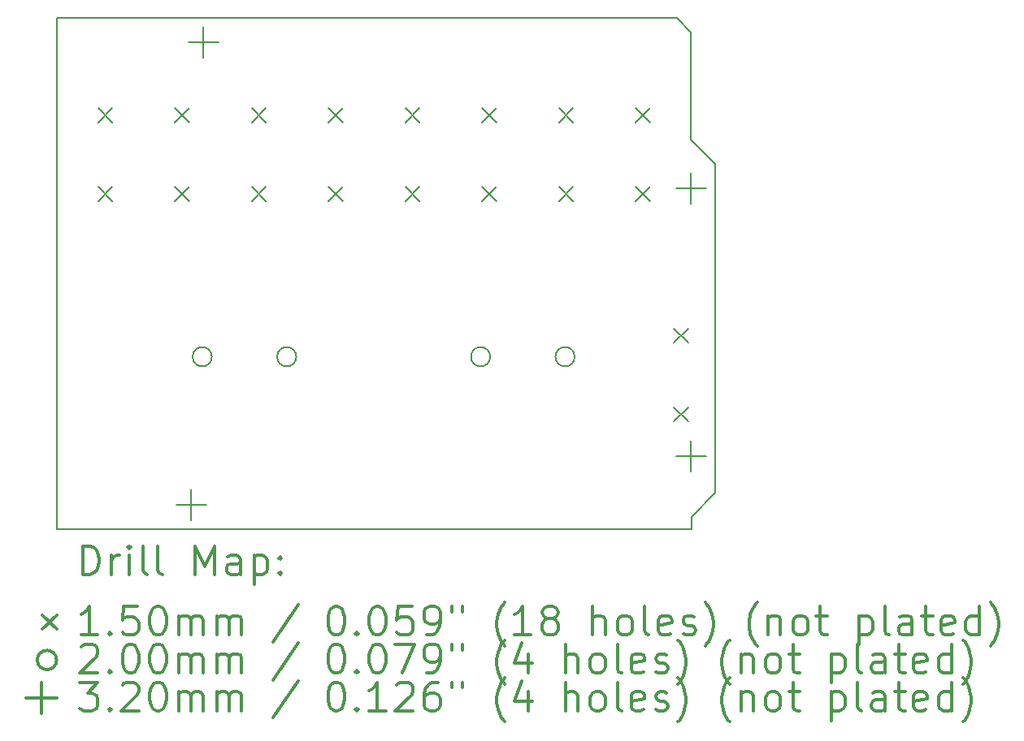
<source format=gbr>
%FSLAX45Y45*%
G04 Gerber Fmt 4.5, Leading zero omitted, Abs format (unit mm)*
G04 Created by KiCad (PCBNEW 4.0.7) date Sunday, 25 '25e' March '25e' 2018, 13:05:44*
%MOMM*%
%LPD*%
G01*
G04 APERTURE LIST*
%ADD10C,0.127000*%
%ADD11C,0.150000*%
%ADD12C,0.200000*%
%ADD13C,0.300000*%
G04 APERTURE END LIST*
D10*
D11*
X21305000Y-8000000D02*
X14700000Y-8000000D01*
X21305000Y-7872500D02*
X21305000Y-8000000D01*
X21557500Y-7620000D02*
X21305000Y-7872500D01*
X21557500Y-4190000D02*
X21557500Y-7620000D01*
X21302500Y-3935000D02*
X21557500Y-4190000D01*
X21302500Y-2817500D02*
X21302500Y-3935000D01*
X21152500Y-2667500D02*
X21302500Y-2817500D01*
X14700000Y-2667500D02*
X21152500Y-2667500D01*
X14700000Y-2670000D02*
X14700000Y-2667500D01*
X14700000Y-8000000D02*
X14700000Y-2670000D01*
D12*
X15125000Y-3605000D02*
X15275000Y-3755000D01*
X15275000Y-3605000D02*
X15125000Y-3755000D01*
X15125000Y-4425000D02*
X15275000Y-4575000D01*
X15275000Y-4425000D02*
X15125000Y-4575000D01*
X15925000Y-3605000D02*
X16075000Y-3755000D01*
X16075000Y-3605000D02*
X15925000Y-3755000D01*
X15925000Y-4425000D02*
X16075000Y-4575000D01*
X16075000Y-4425000D02*
X15925000Y-4575000D01*
X16725000Y-3605000D02*
X16875000Y-3755000D01*
X16875000Y-3605000D02*
X16725000Y-3755000D01*
X16725000Y-4425000D02*
X16875000Y-4575000D01*
X16875000Y-4425000D02*
X16725000Y-4575000D01*
X17525000Y-3605000D02*
X17675000Y-3755000D01*
X17675000Y-3605000D02*
X17525000Y-3755000D01*
X17525000Y-4425000D02*
X17675000Y-4575000D01*
X17675000Y-4425000D02*
X17525000Y-4575000D01*
X18325000Y-3605000D02*
X18475000Y-3755000D01*
X18475000Y-3605000D02*
X18325000Y-3755000D01*
X18325000Y-4425000D02*
X18475000Y-4575000D01*
X18475000Y-4425000D02*
X18325000Y-4575000D01*
X19125000Y-3605000D02*
X19275000Y-3755000D01*
X19275000Y-3605000D02*
X19125000Y-3755000D01*
X19125000Y-4425000D02*
X19275000Y-4575000D01*
X19275000Y-4425000D02*
X19125000Y-4575000D01*
X19925000Y-3605000D02*
X20075000Y-3755000D01*
X20075000Y-3605000D02*
X19925000Y-3755000D01*
X19925000Y-4425000D02*
X20075000Y-4575000D01*
X20075000Y-4425000D02*
X19925000Y-4575000D01*
X20725000Y-3605000D02*
X20875000Y-3755000D01*
X20875000Y-3605000D02*
X20725000Y-3755000D01*
X20725000Y-4425000D02*
X20875000Y-4575000D01*
X20875000Y-4425000D02*
X20725000Y-4575000D01*
X21125000Y-5905000D02*
X21275000Y-6055000D01*
X21275000Y-5905000D02*
X21125000Y-6055000D01*
X21125000Y-6725000D02*
X21275000Y-6875000D01*
X21275000Y-6725000D02*
X21125000Y-6875000D01*
X16310000Y-6200000D02*
G75*
G03X16310000Y-6200000I-100000J0D01*
G01*
X17190000Y-6200000D02*
G75*
G03X17190000Y-6200000I-100000J0D01*
G01*
X19210000Y-6200000D02*
G75*
G03X19210000Y-6200000I-100000J0D01*
G01*
X20090000Y-6200000D02*
G75*
G03X20090000Y-6200000I-100000J0D01*
G01*
X16097000Y-7586000D02*
X16097000Y-7906000D01*
X15937000Y-7746000D02*
X16257000Y-7746000D01*
X16224000Y-2760000D02*
X16224000Y-3080000D01*
X16064000Y-2920000D02*
X16384000Y-2920000D01*
X21304000Y-4284000D02*
X21304000Y-4604000D01*
X21144000Y-4444000D02*
X21464000Y-4444000D01*
X21304000Y-7078000D02*
X21304000Y-7398000D01*
X21144000Y-7238000D02*
X21464000Y-7238000D01*
D13*
X14963928Y-8473214D02*
X14963928Y-8173214D01*
X15035357Y-8173214D01*
X15078214Y-8187500D01*
X15106786Y-8216071D01*
X15121071Y-8244643D01*
X15135357Y-8301786D01*
X15135357Y-8344643D01*
X15121071Y-8401786D01*
X15106786Y-8430357D01*
X15078214Y-8458929D01*
X15035357Y-8473214D01*
X14963928Y-8473214D01*
X15263928Y-8473214D02*
X15263928Y-8273214D01*
X15263928Y-8330357D02*
X15278214Y-8301786D01*
X15292500Y-8287500D01*
X15321071Y-8273214D01*
X15349643Y-8273214D01*
X15449643Y-8473214D02*
X15449643Y-8273214D01*
X15449643Y-8173214D02*
X15435357Y-8187500D01*
X15449643Y-8201786D01*
X15463928Y-8187500D01*
X15449643Y-8173214D01*
X15449643Y-8201786D01*
X15635357Y-8473214D02*
X15606786Y-8458929D01*
X15592500Y-8430357D01*
X15592500Y-8173214D01*
X15792500Y-8473214D02*
X15763928Y-8458929D01*
X15749643Y-8430357D01*
X15749643Y-8173214D01*
X16135357Y-8473214D02*
X16135357Y-8173214D01*
X16235357Y-8387500D01*
X16335357Y-8173214D01*
X16335357Y-8473214D01*
X16606786Y-8473214D02*
X16606786Y-8316071D01*
X16592500Y-8287500D01*
X16563928Y-8273214D01*
X16506786Y-8273214D01*
X16478214Y-8287500D01*
X16606786Y-8458929D02*
X16578214Y-8473214D01*
X16506786Y-8473214D01*
X16478214Y-8458929D01*
X16463928Y-8430357D01*
X16463928Y-8401786D01*
X16478214Y-8373214D01*
X16506786Y-8358929D01*
X16578214Y-8358929D01*
X16606786Y-8344643D01*
X16749643Y-8273214D02*
X16749643Y-8573214D01*
X16749643Y-8287500D02*
X16778214Y-8273214D01*
X16835357Y-8273214D01*
X16863929Y-8287500D01*
X16878214Y-8301786D01*
X16892500Y-8330357D01*
X16892500Y-8416072D01*
X16878214Y-8444643D01*
X16863929Y-8458929D01*
X16835357Y-8473214D01*
X16778214Y-8473214D01*
X16749643Y-8458929D01*
X17021071Y-8444643D02*
X17035357Y-8458929D01*
X17021071Y-8473214D01*
X17006786Y-8458929D01*
X17021071Y-8444643D01*
X17021071Y-8473214D01*
X17021071Y-8287500D02*
X17035357Y-8301786D01*
X17021071Y-8316071D01*
X17006786Y-8301786D01*
X17021071Y-8287500D01*
X17021071Y-8316071D01*
X14542500Y-8892500D02*
X14692500Y-9042500D01*
X14692500Y-8892500D02*
X14542500Y-9042500D01*
X15121071Y-9103214D02*
X14949643Y-9103214D01*
X15035357Y-9103214D02*
X15035357Y-8803214D01*
X15006786Y-8846072D01*
X14978214Y-8874643D01*
X14949643Y-8888929D01*
X15249643Y-9074643D02*
X15263928Y-9088929D01*
X15249643Y-9103214D01*
X15235357Y-9088929D01*
X15249643Y-9074643D01*
X15249643Y-9103214D01*
X15535357Y-8803214D02*
X15392500Y-8803214D01*
X15378214Y-8946072D01*
X15392500Y-8931786D01*
X15421071Y-8917500D01*
X15492500Y-8917500D01*
X15521071Y-8931786D01*
X15535357Y-8946072D01*
X15549643Y-8974643D01*
X15549643Y-9046072D01*
X15535357Y-9074643D01*
X15521071Y-9088929D01*
X15492500Y-9103214D01*
X15421071Y-9103214D01*
X15392500Y-9088929D01*
X15378214Y-9074643D01*
X15735357Y-8803214D02*
X15763928Y-8803214D01*
X15792500Y-8817500D01*
X15806786Y-8831786D01*
X15821071Y-8860357D01*
X15835357Y-8917500D01*
X15835357Y-8988929D01*
X15821071Y-9046072D01*
X15806786Y-9074643D01*
X15792500Y-9088929D01*
X15763928Y-9103214D01*
X15735357Y-9103214D01*
X15706786Y-9088929D01*
X15692500Y-9074643D01*
X15678214Y-9046072D01*
X15663928Y-8988929D01*
X15663928Y-8917500D01*
X15678214Y-8860357D01*
X15692500Y-8831786D01*
X15706786Y-8817500D01*
X15735357Y-8803214D01*
X15963928Y-9103214D02*
X15963928Y-8903214D01*
X15963928Y-8931786D02*
X15978214Y-8917500D01*
X16006786Y-8903214D01*
X16049643Y-8903214D01*
X16078214Y-8917500D01*
X16092500Y-8946072D01*
X16092500Y-9103214D01*
X16092500Y-8946072D02*
X16106786Y-8917500D01*
X16135357Y-8903214D01*
X16178214Y-8903214D01*
X16206786Y-8917500D01*
X16221071Y-8946072D01*
X16221071Y-9103214D01*
X16363928Y-9103214D02*
X16363928Y-8903214D01*
X16363928Y-8931786D02*
X16378214Y-8917500D01*
X16406786Y-8903214D01*
X16449643Y-8903214D01*
X16478214Y-8917500D01*
X16492500Y-8946072D01*
X16492500Y-9103214D01*
X16492500Y-8946072D02*
X16506786Y-8917500D01*
X16535357Y-8903214D01*
X16578214Y-8903214D01*
X16606786Y-8917500D01*
X16621071Y-8946072D01*
X16621071Y-9103214D01*
X17206786Y-8788929D02*
X16949643Y-9174643D01*
X17592500Y-8803214D02*
X17621071Y-8803214D01*
X17649643Y-8817500D01*
X17663928Y-8831786D01*
X17678214Y-8860357D01*
X17692500Y-8917500D01*
X17692500Y-8988929D01*
X17678214Y-9046072D01*
X17663928Y-9074643D01*
X17649643Y-9088929D01*
X17621071Y-9103214D01*
X17592500Y-9103214D01*
X17563928Y-9088929D01*
X17549643Y-9074643D01*
X17535357Y-9046072D01*
X17521071Y-8988929D01*
X17521071Y-8917500D01*
X17535357Y-8860357D01*
X17549643Y-8831786D01*
X17563928Y-8817500D01*
X17592500Y-8803214D01*
X17821071Y-9074643D02*
X17835357Y-9088929D01*
X17821071Y-9103214D01*
X17806786Y-9088929D01*
X17821071Y-9074643D01*
X17821071Y-9103214D01*
X18021071Y-8803214D02*
X18049643Y-8803214D01*
X18078214Y-8817500D01*
X18092500Y-8831786D01*
X18106786Y-8860357D01*
X18121071Y-8917500D01*
X18121071Y-8988929D01*
X18106786Y-9046072D01*
X18092500Y-9074643D01*
X18078214Y-9088929D01*
X18049643Y-9103214D01*
X18021071Y-9103214D01*
X17992500Y-9088929D01*
X17978214Y-9074643D01*
X17963928Y-9046072D01*
X17949643Y-8988929D01*
X17949643Y-8917500D01*
X17963928Y-8860357D01*
X17978214Y-8831786D01*
X17992500Y-8817500D01*
X18021071Y-8803214D01*
X18392500Y-8803214D02*
X18249643Y-8803214D01*
X18235357Y-8946072D01*
X18249643Y-8931786D01*
X18278214Y-8917500D01*
X18349643Y-8917500D01*
X18378214Y-8931786D01*
X18392500Y-8946072D01*
X18406786Y-8974643D01*
X18406786Y-9046072D01*
X18392500Y-9074643D01*
X18378214Y-9088929D01*
X18349643Y-9103214D01*
X18278214Y-9103214D01*
X18249643Y-9088929D01*
X18235357Y-9074643D01*
X18549643Y-9103214D02*
X18606786Y-9103214D01*
X18635357Y-9088929D01*
X18649643Y-9074643D01*
X18678214Y-9031786D01*
X18692500Y-8974643D01*
X18692500Y-8860357D01*
X18678214Y-8831786D01*
X18663928Y-8817500D01*
X18635357Y-8803214D01*
X18578214Y-8803214D01*
X18549643Y-8817500D01*
X18535357Y-8831786D01*
X18521071Y-8860357D01*
X18521071Y-8931786D01*
X18535357Y-8960357D01*
X18549643Y-8974643D01*
X18578214Y-8988929D01*
X18635357Y-8988929D01*
X18663928Y-8974643D01*
X18678214Y-8960357D01*
X18692500Y-8931786D01*
X18806786Y-8803214D02*
X18806786Y-8860357D01*
X18921071Y-8803214D02*
X18921071Y-8860357D01*
X19363928Y-9217500D02*
X19349643Y-9203214D01*
X19321071Y-9160357D01*
X19306786Y-9131786D01*
X19292500Y-9088929D01*
X19278214Y-9017500D01*
X19278214Y-8960357D01*
X19292500Y-8888929D01*
X19306786Y-8846072D01*
X19321071Y-8817500D01*
X19349643Y-8774643D01*
X19363928Y-8760357D01*
X19635357Y-9103214D02*
X19463928Y-9103214D01*
X19549643Y-9103214D02*
X19549643Y-8803214D01*
X19521071Y-8846072D01*
X19492500Y-8874643D01*
X19463928Y-8888929D01*
X19806786Y-8931786D02*
X19778214Y-8917500D01*
X19763928Y-8903214D01*
X19749643Y-8874643D01*
X19749643Y-8860357D01*
X19763928Y-8831786D01*
X19778214Y-8817500D01*
X19806786Y-8803214D01*
X19863928Y-8803214D01*
X19892500Y-8817500D01*
X19906786Y-8831786D01*
X19921071Y-8860357D01*
X19921071Y-8874643D01*
X19906786Y-8903214D01*
X19892500Y-8917500D01*
X19863928Y-8931786D01*
X19806786Y-8931786D01*
X19778214Y-8946072D01*
X19763928Y-8960357D01*
X19749643Y-8988929D01*
X19749643Y-9046072D01*
X19763928Y-9074643D01*
X19778214Y-9088929D01*
X19806786Y-9103214D01*
X19863928Y-9103214D01*
X19892500Y-9088929D01*
X19906786Y-9074643D01*
X19921071Y-9046072D01*
X19921071Y-8988929D01*
X19906786Y-8960357D01*
X19892500Y-8946072D01*
X19863928Y-8931786D01*
X20278214Y-9103214D02*
X20278214Y-8803214D01*
X20406786Y-9103214D02*
X20406786Y-8946072D01*
X20392500Y-8917500D01*
X20363928Y-8903214D01*
X20321071Y-8903214D01*
X20292500Y-8917500D01*
X20278214Y-8931786D01*
X20592500Y-9103214D02*
X20563928Y-9088929D01*
X20549643Y-9074643D01*
X20535357Y-9046072D01*
X20535357Y-8960357D01*
X20549643Y-8931786D01*
X20563928Y-8917500D01*
X20592500Y-8903214D01*
X20635357Y-8903214D01*
X20663928Y-8917500D01*
X20678214Y-8931786D01*
X20692500Y-8960357D01*
X20692500Y-9046072D01*
X20678214Y-9074643D01*
X20663928Y-9088929D01*
X20635357Y-9103214D01*
X20592500Y-9103214D01*
X20863928Y-9103214D02*
X20835357Y-9088929D01*
X20821071Y-9060357D01*
X20821071Y-8803214D01*
X21092500Y-9088929D02*
X21063929Y-9103214D01*
X21006786Y-9103214D01*
X20978214Y-9088929D01*
X20963929Y-9060357D01*
X20963929Y-8946072D01*
X20978214Y-8917500D01*
X21006786Y-8903214D01*
X21063929Y-8903214D01*
X21092500Y-8917500D01*
X21106786Y-8946072D01*
X21106786Y-8974643D01*
X20963929Y-9003214D01*
X21221071Y-9088929D02*
X21249643Y-9103214D01*
X21306786Y-9103214D01*
X21335357Y-9088929D01*
X21349643Y-9060357D01*
X21349643Y-9046072D01*
X21335357Y-9017500D01*
X21306786Y-9003214D01*
X21263929Y-9003214D01*
X21235357Y-8988929D01*
X21221071Y-8960357D01*
X21221071Y-8946072D01*
X21235357Y-8917500D01*
X21263929Y-8903214D01*
X21306786Y-8903214D01*
X21335357Y-8917500D01*
X21449643Y-9217500D02*
X21463929Y-9203214D01*
X21492500Y-9160357D01*
X21506786Y-9131786D01*
X21521071Y-9088929D01*
X21535357Y-9017500D01*
X21535357Y-8960357D01*
X21521071Y-8888929D01*
X21506786Y-8846072D01*
X21492500Y-8817500D01*
X21463929Y-8774643D01*
X21449643Y-8760357D01*
X21992500Y-9217500D02*
X21978214Y-9203214D01*
X21949643Y-9160357D01*
X21935357Y-9131786D01*
X21921071Y-9088929D01*
X21906786Y-9017500D01*
X21906786Y-8960357D01*
X21921071Y-8888929D01*
X21935357Y-8846072D01*
X21949643Y-8817500D01*
X21978214Y-8774643D01*
X21992500Y-8760357D01*
X22106786Y-8903214D02*
X22106786Y-9103214D01*
X22106786Y-8931786D02*
X22121071Y-8917500D01*
X22149643Y-8903214D01*
X22192500Y-8903214D01*
X22221071Y-8917500D01*
X22235357Y-8946072D01*
X22235357Y-9103214D01*
X22421071Y-9103214D02*
X22392500Y-9088929D01*
X22378214Y-9074643D01*
X22363929Y-9046072D01*
X22363929Y-8960357D01*
X22378214Y-8931786D01*
X22392500Y-8917500D01*
X22421071Y-8903214D01*
X22463928Y-8903214D01*
X22492500Y-8917500D01*
X22506786Y-8931786D01*
X22521071Y-8960357D01*
X22521071Y-9046072D01*
X22506786Y-9074643D01*
X22492500Y-9088929D01*
X22463928Y-9103214D01*
X22421071Y-9103214D01*
X22606786Y-8903214D02*
X22721071Y-8903214D01*
X22649643Y-8803214D02*
X22649643Y-9060357D01*
X22663928Y-9088929D01*
X22692500Y-9103214D01*
X22721071Y-9103214D01*
X23049643Y-8903214D02*
X23049643Y-9203214D01*
X23049643Y-8917500D02*
X23078214Y-8903214D01*
X23135357Y-8903214D01*
X23163928Y-8917500D01*
X23178214Y-8931786D01*
X23192500Y-8960357D01*
X23192500Y-9046072D01*
X23178214Y-9074643D01*
X23163928Y-9088929D01*
X23135357Y-9103214D01*
X23078214Y-9103214D01*
X23049643Y-9088929D01*
X23363928Y-9103214D02*
X23335357Y-9088929D01*
X23321071Y-9060357D01*
X23321071Y-8803214D01*
X23606786Y-9103214D02*
X23606786Y-8946072D01*
X23592500Y-8917500D01*
X23563929Y-8903214D01*
X23506786Y-8903214D01*
X23478214Y-8917500D01*
X23606786Y-9088929D02*
X23578214Y-9103214D01*
X23506786Y-9103214D01*
X23478214Y-9088929D01*
X23463929Y-9060357D01*
X23463929Y-9031786D01*
X23478214Y-9003214D01*
X23506786Y-8988929D01*
X23578214Y-8988929D01*
X23606786Y-8974643D01*
X23706786Y-8903214D02*
X23821071Y-8903214D01*
X23749643Y-8803214D02*
X23749643Y-9060357D01*
X23763929Y-9088929D01*
X23792500Y-9103214D01*
X23821071Y-9103214D01*
X24035357Y-9088929D02*
X24006786Y-9103214D01*
X23949643Y-9103214D01*
X23921071Y-9088929D01*
X23906786Y-9060357D01*
X23906786Y-8946072D01*
X23921071Y-8917500D01*
X23949643Y-8903214D01*
X24006786Y-8903214D01*
X24035357Y-8917500D01*
X24049643Y-8946072D01*
X24049643Y-8974643D01*
X23906786Y-9003214D01*
X24306786Y-9103214D02*
X24306786Y-8803214D01*
X24306786Y-9088929D02*
X24278214Y-9103214D01*
X24221071Y-9103214D01*
X24192500Y-9088929D01*
X24178214Y-9074643D01*
X24163929Y-9046072D01*
X24163929Y-8960357D01*
X24178214Y-8931786D01*
X24192500Y-8917500D01*
X24221071Y-8903214D01*
X24278214Y-8903214D01*
X24306786Y-8917500D01*
X24421071Y-9217500D02*
X24435357Y-9203214D01*
X24463929Y-9160357D01*
X24478214Y-9131786D01*
X24492500Y-9088929D01*
X24506786Y-9017500D01*
X24506786Y-8960357D01*
X24492500Y-8888929D01*
X24478214Y-8846072D01*
X24463929Y-8817500D01*
X24435357Y-8774643D01*
X24421071Y-8760357D01*
X14692500Y-9363500D02*
G75*
G03X14692500Y-9363500I-100000J0D01*
G01*
X14949643Y-9227786D02*
X14963928Y-9213500D01*
X14992500Y-9199214D01*
X15063928Y-9199214D01*
X15092500Y-9213500D01*
X15106786Y-9227786D01*
X15121071Y-9256357D01*
X15121071Y-9284929D01*
X15106786Y-9327786D01*
X14935357Y-9499214D01*
X15121071Y-9499214D01*
X15249643Y-9470643D02*
X15263928Y-9484929D01*
X15249643Y-9499214D01*
X15235357Y-9484929D01*
X15249643Y-9470643D01*
X15249643Y-9499214D01*
X15449643Y-9199214D02*
X15478214Y-9199214D01*
X15506786Y-9213500D01*
X15521071Y-9227786D01*
X15535357Y-9256357D01*
X15549643Y-9313500D01*
X15549643Y-9384929D01*
X15535357Y-9442072D01*
X15521071Y-9470643D01*
X15506786Y-9484929D01*
X15478214Y-9499214D01*
X15449643Y-9499214D01*
X15421071Y-9484929D01*
X15406786Y-9470643D01*
X15392500Y-9442072D01*
X15378214Y-9384929D01*
X15378214Y-9313500D01*
X15392500Y-9256357D01*
X15406786Y-9227786D01*
X15421071Y-9213500D01*
X15449643Y-9199214D01*
X15735357Y-9199214D02*
X15763928Y-9199214D01*
X15792500Y-9213500D01*
X15806786Y-9227786D01*
X15821071Y-9256357D01*
X15835357Y-9313500D01*
X15835357Y-9384929D01*
X15821071Y-9442072D01*
X15806786Y-9470643D01*
X15792500Y-9484929D01*
X15763928Y-9499214D01*
X15735357Y-9499214D01*
X15706786Y-9484929D01*
X15692500Y-9470643D01*
X15678214Y-9442072D01*
X15663928Y-9384929D01*
X15663928Y-9313500D01*
X15678214Y-9256357D01*
X15692500Y-9227786D01*
X15706786Y-9213500D01*
X15735357Y-9199214D01*
X15963928Y-9499214D02*
X15963928Y-9299214D01*
X15963928Y-9327786D02*
X15978214Y-9313500D01*
X16006786Y-9299214D01*
X16049643Y-9299214D01*
X16078214Y-9313500D01*
X16092500Y-9342072D01*
X16092500Y-9499214D01*
X16092500Y-9342072D02*
X16106786Y-9313500D01*
X16135357Y-9299214D01*
X16178214Y-9299214D01*
X16206786Y-9313500D01*
X16221071Y-9342072D01*
X16221071Y-9499214D01*
X16363928Y-9499214D02*
X16363928Y-9299214D01*
X16363928Y-9327786D02*
X16378214Y-9313500D01*
X16406786Y-9299214D01*
X16449643Y-9299214D01*
X16478214Y-9313500D01*
X16492500Y-9342072D01*
X16492500Y-9499214D01*
X16492500Y-9342072D02*
X16506786Y-9313500D01*
X16535357Y-9299214D01*
X16578214Y-9299214D01*
X16606786Y-9313500D01*
X16621071Y-9342072D01*
X16621071Y-9499214D01*
X17206786Y-9184929D02*
X16949643Y-9570643D01*
X17592500Y-9199214D02*
X17621071Y-9199214D01*
X17649643Y-9213500D01*
X17663928Y-9227786D01*
X17678214Y-9256357D01*
X17692500Y-9313500D01*
X17692500Y-9384929D01*
X17678214Y-9442072D01*
X17663928Y-9470643D01*
X17649643Y-9484929D01*
X17621071Y-9499214D01*
X17592500Y-9499214D01*
X17563928Y-9484929D01*
X17549643Y-9470643D01*
X17535357Y-9442072D01*
X17521071Y-9384929D01*
X17521071Y-9313500D01*
X17535357Y-9256357D01*
X17549643Y-9227786D01*
X17563928Y-9213500D01*
X17592500Y-9199214D01*
X17821071Y-9470643D02*
X17835357Y-9484929D01*
X17821071Y-9499214D01*
X17806786Y-9484929D01*
X17821071Y-9470643D01*
X17821071Y-9499214D01*
X18021071Y-9199214D02*
X18049643Y-9199214D01*
X18078214Y-9213500D01*
X18092500Y-9227786D01*
X18106786Y-9256357D01*
X18121071Y-9313500D01*
X18121071Y-9384929D01*
X18106786Y-9442072D01*
X18092500Y-9470643D01*
X18078214Y-9484929D01*
X18049643Y-9499214D01*
X18021071Y-9499214D01*
X17992500Y-9484929D01*
X17978214Y-9470643D01*
X17963928Y-9442072D01*
X17949643Y-9384929D01*
X17949643Y-9313500D01*
X17963928Y-9256357D01*
X17978214Y-9227786D01*
X17992500Y-9213500D01*
X18021071Y-9199214D01*
X18221071Y-9199214D02*
X18421071Y-9199214D01*
X18292500Y-9499214D01*
X18549643Y-9499214D02*
X18606786Y-9499214D01*
X18635357Y-9484929D01*
X18649643Y-9470643D01*
X18678214Y-9427786D01*
X18692500Y-9370643D01*
X18692500Y-9256357D01*
X18678214Y-9227786D01*
X18663928Y-9213500D01*
X18635357Y-9199214D01*
X18578214Y-9199214D01*
X18549643Y-9213500D01*
X18535357Y-9227786D01*
X18521071Y-9256357D01*
X18521071Y-9327786D01*
X18535357Y-9356357D01*
X18549643Y-9370643D01*
X18578214Y-9384929D01*
X18635357Y-9384929D01*
X18663928Y-9370643D01*
X18678214Y-9356357D01*
X18692500Y-9327786D01*
X18806786Y-9199214D02*
X18806786Y-9256357D01*
X18921071Y-9199214D02*
X18921071Y-9256357D01*
X19363928Y-9613500D02*
X19349643Y-9599214D01*
X19321071Y-9556357D01*
X19306786Y-9527786D01*
X19292500Y-9484929D01*
X19278214Y-9413500D01*
X19278214Y-9356357D01*
X19292500Y-9284929D01*
X19306786Y-9242072D01*
X19321071Y-9213500D01*
X19349643Y-9170643D01*
X19363928Y-9156357D01*
X19606786Y-9299214D02*
X19606786Y-9499214D01*
X19535357Y-9184929D02*
X19463928Y-9399214D01*
X19649643Y-9399214D01*
X19992500Y-9499214D02*
X19992500Y-9199214D01*
X20121071Y-9499214D02*
X20121071Y-9342072D01*
X20106786Y-9313500D01*
X20078214Y-9299214D01*
X20035357Y-9299214D01*
X20006786Y-9313500D01*
X19992500Y-9327786D01*
X20306786Y-9499214D02*
X20278214Y-9484929D01*
X20263928Y-9470643D01*
X20249643Y-9442072D01*
X20249643Y-9356357D01*
X20263928Y-9327786D01*
X20278214Y-9313500D01*
X20306786Y-9299214D01*
X20349643Y-9299214D01*
X20378214Y-9313500D01*
X20392500Y-9327786D01*
X20406786Y-9356357D01*
X20406786Y-9442072D01*
X20392500Y-9470643D01*
X20378214Y-9484929D01*
X20349643Y-9499214D01*
X20306786Y-9499214D01*
X20578214Y-9499214D02*
X20549643Y-9484929D01*
X20535357Y-9456357D01*
X20535357Y-9199214D01*
X20806786Y-9484929D02*
X20778214Y-9499214D01*
X20721071Y-9499214D01*
X20692500Y-9484929D01*
X20678214Y-9456357D01*
X20678214Y-9342072D01*
X20692500Y-9313500D01*
X20721071Y-9299214D01*
X20778214Y-9299214D01*
X20806786Y-9313500D01*
X20821071Y-9342072D01*
X20821071Y-9370643D01*
X20678214Y-9399214D01*
X20935357Y-9484929D02*
X20963929Y-9499214D01*
X21021071Y-9499214D01*
X21049643Y-9484929D01*
X21063929Y-9456357D01*
X21063929Y-9442072D01*
X21049643Y-9413500D01*
X21021071Y-9399214D01*
X20978214Y-9399214D01*
X20949643Y-9384929D01*
X20935357Y-9356357D01*
X20935357Y-9342072D01*
X20949643Y-9313500D01*
X20978214Y-9299214D01*
X21021071Y-9299214D01*
X21049643Y-9313500D01*
X21163928Y-9613500D02*
X21178214Y-9599214D01*
X21206786Y-9556357D01*
X21221071Y-9527786D01*
X21235357Y-9484929D01*
X21249643Y-9413500D01*
X21249643Y-9356357D01*
X21235357Y-9284929D01*
X21221071Y-9242072D01*
X21206786Y-9213500D01*
X21178214Y-9170643D01*
X21163928Y-9156357D01*
X21706786Y-9613500D02*
X21692500Y-9599214D01*
X21663928Y-9556357D01*
X21649643Y-9527786D01*
X21635357Y-9484929D01*
X21621071Y-9413500D01*
X21621071Y-9356357D01*
X21635357Y-9284929D01*
X21649643Y-9242072D01*
X21663928Y-9213500D01*
X21692500Y-9170643D01*
X21706786Y-9156357D01*
X21821071Y-9299214D02*
X21821071Y-9499214D01*
X21821071Y-9327786D02*
X21835357Y-9313500D01*
X21863928Y-9299214D01*
X21906786Y-9299214D01*
X21935357Y-9313500D01*
X21949643Y-9342072D01*
X21949643Y-9499214D01*
X22135357Y-9499214D02*
X22106786Y-9484929D01*
X22092500Y-9470643D01*
X22078214Y-9442072D01*
X22078214Y-9356357D01*
X22092500Y-9327786D01*
X22106786Y-9313500D01*
X22135357Y-9299214D01*
X22178214Y-9299214D01*
X22206786Y-9313500D01*
X22221071Y-9327786D01*
X22235357Y-9356357D01*
X22235357Y-9442072D01*
X22221071Y-9470643D01*
X22206786Y-9484929D01*
X22178214Y-9499214D01*
X22135357Y-9499214D01*
X22321071Y-9299214D02*
X22435357Y-9299214D01*
X22363929Y-9199214D02*
X22363929Y-9456357D01*
X22378214Y-9484929D01*
X22406786Y-9499214D01*
X22435357Y-9499214D01*
X22763928Y-9299214D02*
X22763928Y-9599214D01*
X22763928Y-9313500D02*
X22792500Y-9299214D01*
X22849643Y-9299214D01*
X22878214Y-9313500D01*
X22892500Y-9327786D01*
X22906786Y-9356357D01*
X22906786Y-9442072D01*
X22892500Y-9470643D01*
X22878214Y-9484929D01*
X22849643Y-9499214D01*
X22792500Y-9499214D01*
X22763928Y-9484929D01*
X23078214Y-9499214D02*
X23049643Y-9484929D01*
X23035357Y-9456357D01*
X23035357Y-9199214D01*
X23321071Y-9499214D02*
X23321071Y-9342072D01*
X23306786Y-9313500D01*
X23278214Y-9299214D01*
X23221071Y-9299214D01*
X23192500Y-9313500D01*
X23321071Y-9484929D02*
X23292500Y-9499214D01*
X23221071Y-9499214D01*
X23192500Y-9484929D01*
X23178214Y-9456357D01*
X23178214Y-9427786D01*
X23192500Y-9399214D01*
X23221071Y-9384929D01*
X23292500Y-9384929D01*
X23321071Y-9370643D01*
X23421071Y-9299214D02*
X23535357Y-9299214D01*
X23463929Y-9199214D02*
X23463929Y-9456357D01*
X23478214Y-9484929D01*
X23506786Y-9499214D01*
X23535357Y-9499214D01*
X23749643Y-9484929D02*
X23721071Y-9499214D01*
X23663929Y-9499214D01*
X23635357Y-9484929D01*
X23621071Y-9456357D01*
X23621071Y-9342072D01*
X23635357Y-9313500D01*
X23663929Y-9299214D01*
X23721071Y-9299214D01*
X23749643Y-9313500D01*
X23763929Y-9342072D01*
X23763929Y-9370643D01*
X23621071Y-9399214D01*
X24021071Y-9499214D02*
X24021071Y-9199214D01*
X24021071Y-9484929D02*
X23992500Y-9499214D01*
X23935357Y-9499214D01*
X23906786Y-9484929D01*
X23892500Y-9470643D01*
X23878214Y-9442072D01*
X23878214Y-9356357D01*
X23892500Y-9327786D01*
X23906786Y-9313500D01*
X23935357Y-9299214D01*
X23992500Y-9299214D01*
X24021071Y-9313500D01*
X24135357Y-9613500D02*
X24149643Y-9599214D01*
X24178214Y-9556357D01*
X24192500Y-9527786D01*
X24206786Y-9484929D01*
X24221071Y-9413500D01*
X24221071Y-9356357D01*
X24206786Y-9284929D01*
X24192500Y-9242072D01*
X24178214Y-9213500D01*
X24149643Y-9170643D01*
X24135357Y-9156357D01*
X14532500Y-9599500D02*
X14532500Y-9919500D01*
X14372500Y-9759500D02*
X14692500Y-9759500D01*
X14935357Y-9595214D02*
X15121071Y-9595214D01*
X15021071Y-9709500D01*
X15063928Y-9709500D01*
X15092500Y-9723786D01*
X15106786Y-9738072D01*
X15121071Y-9766643D01*
X15121071Y-9838072D01*
X15106786Y-9866643D01*
X15092500Y-9880929D01*
X15063928Y-9895214D01*
X14978214Y-9895214D01*
X14949643Y-9880929D01*
X14935357Y-9866643D01*
X15249643Y-9866643D02*
X15263928Y-9880929D01*
X15249643Y-9895214D01*
X15235357Y-9880929D01*
X15249643Y-9866643D01*
X15249643Y-9895214D01*
X15378214Y-9623786D02*
X15392500Y-9609500D01*
X15421071Y-9595214D01*
X15492500Y-9595214D01*
X15521071Y-9609500D01*
X15535357Y-9623786D01*
X15549643Y-9652357D01*
X15549643Y-9680929D01*
X15535357Y-9723786D01*
X15363928Y-9895214D01*
X15549643Y-9895214D01*
X15735357Y-9595214D02*
X15763928Y-9595214D01*
X15792500Y-9609500D01*
X15806786Y-9623786D01*
X15821071Y-9652357D01*
X15835357Y-9709500D01*
X15835357Y-9780929D01*
X15821071Y-9838072D01*
X15806786Y-9866643D01*
X15792500Y-9880929D01*
X15763928Y-9895214D01*
X15735357Y-9895214D01*
X15706786Y-9880929D01*
X15692500Y-9866643D01*
X15678214Y-9838072D01*
X15663928Y-9780929D01*
X15663928Y-9709500D01*
X15678214Y-9652357D01*
X15692500Y-9623786D01*
X15706786Y-9609500D01*
X15735357Y-9595214D01*
X15963928Y-9895214D02*
X15963928Y-9695214D01*
X15963928Y-9723786D02*
X15978214Y-9709500D01*
X16006786Y-9695214D01*
X16049643Y-9695214D01*
X16078214Y-9709500D01*
X16092500Y-9738072D01*
X16092500Y-9895214D01*
X16092500Y-9738072D02*
X16106786Y-9709500D01*
X16135357Y-9695214D01*
X16178214Y-9695214D01*
X16206786Y-9709500D01*
X16221071Y-9738072D01*
X16221071Y-9895214D01*
X16363928Y-9895214D02*
X16363928Y-9695214D01*
X16363928Y-9723786D02*
X16378214Y-9709500D01*
X16406786Y-9695214D01*
X16449643Y-9695214D01*
X16478214Y-9709500D01*
X16492500Y-9738072D01*
X16492500Y-9895214D01*
X16492500Y-9738072D02*
X16506786Y-9709500D01*
X16535357Y-9695214D01*
X16578214Y-9695214D01*
X16606786Y-9709500D01*
X16621071Y-9738072D01*
X16621071Y-9895214D01*
X17206786Y-9580929D02*
X16949643Y-9966643D01*
X17592500Y-9595214D02*
X17621071Y-9595214D01*
X17649643Y-9609500D01*
X17663928Y-9623786D01*
X17678214Y-9652357D01*
X17692500Y-9709500D01*
X17692500Y-9780929D01*
X17678214Y-9838072D01*
X17663928Y-9866643D01*
X17649643Y-9880929D01*
X17621071Y-9895214D01*
X17592500Y-9895214D01*
X17563928Y-9880929D01*
X17549643Y-9866643D01*
X17535357Y-9838072D01*
X17521071Y-9780929D01*
X17521071Y-9709500D01*
X17535357Y-9652357D01*
X17549643Y-9623786D01*
X17563928Y-9609500D01*
X17592500Y-9595214D01*
X17821071Y-9866643D02*
X17835357Y-9880929D01*
X17821071Y-9895214D01*
X17806786Y-9880929D01*
X17821071Y-9866643D01*
X17821071Y-9895214D01*
X18121071Y-9895214D02*
X17949643Y-9895214D01*
X18035357Y-9895214D02*
X18035357Y-9595214D01*
X18006786Y-9638072D01*
X17978214Y-9666643D01*
X17949643Y-9680929D01*
X18235357Y-9623786D02*
X18249643Y-9609500D01*
X18278214Y-9595214D01*
X18349643Y-9595214D01*
X18378214Y-9609500D01*
X18392500Y-9623786D01*
X18406786Y-9652357D01*
X18406786Y-9680929D01*
X18392500Y-9723786D01*
X18221071Y-9895214D01*
X18406786Y-9895214D01*
X18663928Y-9595214D02*
X18606786Y-9595214D01*
X18578214Y-9609500D01*
X18563928Y-9623786D01*
X18535357Y-9666643D01*
X18521071Y-9723786D01*
X18521071Y-9838072D01*
X18535357Y-9866643D01*
X18549643Y-9880929D01*
X18578214Y-9895214D01*
X18635357Y-9895214D01*
X18663928Y-9880929D01*
X18678214Y-9866643D01*
X18692500Y-9838072D01*
X18692500Y-9766643D01*
X18678214Y-9738072D01*
X18663928Y-9723786D01*
X18635357Y-9709500D01*
X18578214Y-9709500D01*
X18549643Y-9723786D01*
X18535357Y-9738072D01*
X18521071Y-9766643D01*
X18806786Y-9595214D02*
X18806786Y-9652357D01*
X18921071Y-9595214D02*
X18921071Y-9652357D01*
X19363928Y-10009500D02*
X19349643Y-9995214D01*
X19321071Y-9952357D01*
X19306786Y-9923786D01*
X19292500Y-9880929D01*
X19278214Y-9809500D01*
X19278214Y-9752357D01*
X19292500Y-9680929D01*
X19306786Y-9638072D01*
X19321071Y-9609500D01*
X19349643Y-9566643D01*
X19363928Y-9552357D01*
X19606786Y-9695214D02*
X19606786Y-9895214D01*
X19535357Y-9580929D02*
X19463928Y-9795214D01*
X19649643Y-9795214D01*
X19992500Y-9895214D02*
X19992500Y-9595214D01*
X20121071Y-9895214D02*
X20121071Y-9738072D01*
X20106786Y-9709500D01*
X20078214Y-9695214D01*
X20035357Y-9695214D01*
X20006786Y-9709500D01*
X19992500Y-9723786D01*
X20306786Y-9895214D02*
X20278214Y-9880929D01*
X20263928Y-9866643D01*
X20249643Y-9838072D01*
X20249643Y-9752357D01*
X20263928Y-9723786D01*
X20278214Y-9709500D01*
X20306786Y-9695214D01*
X20349643Y-9695214D01*
X20378214Y-9709500D01*
X20392500Y-9723786D01*
X20406786Y-9752357D01*
X20406786Y-9838072D01*
X20392500Y-9866643D01*
X20378214Y-9880929D01*
X20349643Y-9895214D01*
X20306786Y-9895214D01*
X20578214Y-9895214D02*
X20549643Y-9880929D01*
X20535357Y-9852357D01*
X20535357Y-9595214D01*
X20806786Y-9880929D02*
X20778214Y-9895214D01*
X20721071Y-9895214D01*
X20692500Y-9880929D01*
X20678214Y-9852357D01*
X20678214Y-9738072D01*
X20692500Y-9709500D01*
X20721071Y-9695214D01*
X20778214Y-9695214D01*
X20806786Y-9709500D01*
X20821071Y-9738072D01*
X20821071Y-9766643D01*
X20678214Y-9795214D01*
X20935357Y-9880929D02*
X20963929Y-9895214D01*
X21021071Y-9895214D01*
X21049643Y-9880929D01*
X21063929Y-9852357D01*
X21063929Y-9838072D01*
X21049643Y-9809500D01*
X21021071Y-9795214D01*
X20978214Y-9795214D01*
X20949643Y-9780929D01*
X20935357Y-9752357D01*
X20935357Y-9738072D01*
X20949643Y-9709500D01*
X20978214Y-9695214D01*
X21021071Y-9695214D01*
X21049643Y-9709500D01*
X21163928Y-10009500D02*
X21178214Y-9995214D01*
X21206786Y-9952357D01*
X21221071Y-9923786D01*
X21235357Y-9880929D01*
X21249643Y-9809500D01*
X21249643Y-9752357D01*
X21235357Y-9680929D01*
X21221071Y-9638072D01*
X21206786Y-9609500D01*
X21178214Y-9566643D01*
X21163928Y-9552357D01*
X21706786Y-10009500D02*
X21692500Y-9995214D01*
X21663928Y-9952357D01*
X21649643Y-9923786D01*
X21635357Y-9880929D01*
X21621071Y-9809500D01*
X21621071Y-9752357D01*
X21635357Y-9680929D01*
X21649643Y-9638072D01*
X21663928Y-9609500D01*
X21692500Y-9566643D01*
X21706786Y-9552357D01*
X21821071Y-9695214D02*
X21821071Y-9895214D01*
X21821071Y-9723786D02*
X21835357Y-9709500D01*
X21863928Y-9695214D01*
X21906786Y-9695214D01*
X21935357Y-9709500D01*
X21949643Y-9738072D01*
X21949643Y-9895214D01*
X22135357Y-9895214D02*
X22106786Y-9880929D01*
X22092500Y-9866643D01*
X22078214Y-9838072D01*
X22078214Y-9752357D01*
X22092500Y-9723786D01*
X22106786Y-9709500D01*
X22135357Y-9695214D01*
X22178214Y-9695214D01*
X22206786Y-9709500D01*
X22221071Y-9723786D01*
X22235357Y-9752357D01*
X22235357Y-9838072D01*
X22221071Y-9866643D01*
X22206786Y-9880929D01*
X22178214Y-9895214D01*
X22135357Y-9895214D01*
X22321071Y-9695214D02*
X22435357Y-9695214D01*
X22363929Y-9595214D02*
X22363929Y-9852357D01*
X22378214Y-9880929D01*
X22406786Y-9895214D01*
X22435357Y-9895214D01*
X22763928Y-9695214D02*
X22763928Y-9995214D01*
X22763928Y-9709500D02*
X22792500Y-9695214D01*
X22849643Y-9695214D01*
X22878214Y-9709500D01*
X22892500Y-9723786D01*
X22906786Y-9752357D01*
X22906786Y-9838072D01*
X22892500Y-9866643D01*
X22878214Y-9880929D01*
X22849643Y-9895214D01*
X22792500Y-9895214D01*
X22763928Y-9880929D01*
X23078214Y-9895214D02*
X23049643Y-9880929D01*
X23035357Y-9852357D01*
X23035357Y-9595214D01*
X23321071Y-9895214D02*
X23321071Y-9738072D01*
X23306786Y-9709500D01*
X23278214Y-9695214D01*
X23221071Y-9695214D01*
X23192500Y-9709500D01*
X23321071Y-9880929D02*
X23292500Y-9895214D01*
X23221071Y-9895214D01*
X23192500Y-9880929D01*
X23178214Y-9852357D01*
X23178214Y-9823786D01*
X23192500Y-9795214D01*
X23221071Y-9780929D01*
X23292500Y-9780929D01*
X23321071Y-9766643D01*
X23421071Y-9695214D02*
X23535357Y-9695214D01*
X23463929Y-9595214D02*
X23463929Y-9852357D01*
X23478214Y-9880929D01*
X23506786Y-9895214D01*
X23535357Y-9895214D01*
X23749643Y-9880929D02*
X23721071Y-9895214D01*
X23663929Y-9895214D01*
X23635357Y-9880929D01*
X23621071Y-9852357D01*
X23621071Y-9738072D01*
X23635357Y-9709500D01*
X23663929Y-9695214D01*
X23721071Y-9695214D01*
X23749643Y-9709500D01*
X23763929Y-9738072D01*
X23763929Y-9766643D01*
X23621071Y-9795214D01*
X24021071Y-9895214D02*
X24021071Y-9595214D01*
X24021071Y-9880929D02*
X23992500Y-9895214D01*
X23935357Y-9895214D01*
X23906786Y-9880929D01*
X23892500Y-9866643D01*
X23878214Y-9838072D01*
X23878214Y-9752357D01*
X23892500Y-9723786D01*
X23906786Y-9709500D01*
X23935357Y-9695214D01*
X23992500Y-9695214D01*
X24021071Y-9709500D01*
X24135357Y-10009500D02*
X24149643Y-9995214D01*
X24178214Y-9952357D01*
X24192500Y-9923786D01*
X24206786Y-9880929D01*
X24221071Y-9809500D01*
X24221071Y-9752357D01*
X24206786Y-9680929D01*
X24192500Y-9638072D01*
X24178214Y-9609500D01*
X24149643Y-9566643D01*
X24135357Y-9552357D01*
M02*

</source>
